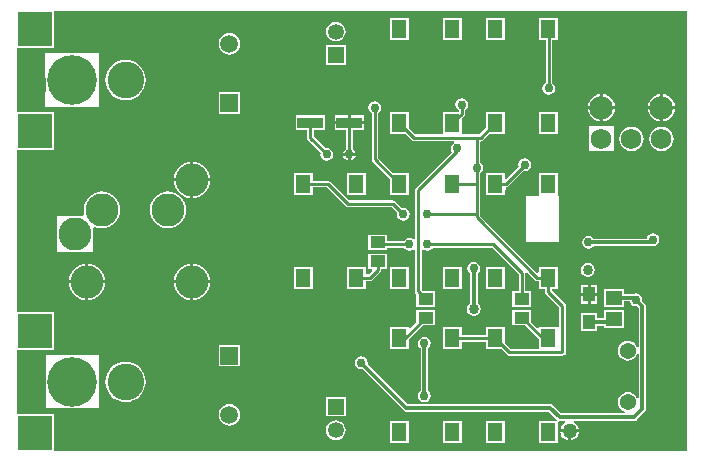
<source format=gtl>
%FSLAX24Y24*%
%MOIN*%
G70*
G01*
G75*
G04 Layer_Physical_Order=1*
G04 Layer_Color=255*
%ADD10R,0.0433X0.0492*%
%ADD11R,0.0512X0.0610*%
%ADD12R,0.0512X0.0394*%
%ADD13R,0.0866X0.0374*%
%ADD14R,0.0551X0.0472*%
%ADD15C,0.0120*%
%ADD16C,0.0100*%
%ADD17C,0.0340*%
%ADD18C,0.0532*%
%ADD19R,0.0532X0.0532*%
%ADD20C,0.0591*%
%ADD21R,0.0591X0.0591*%
%ADD22C,0.1100*%
%ADD23C,0.0540*%
%ADD24C,0.0787*%
%ADD25C,0.0689*%
%ADD26R,0.1144X0.1144*%
%ADD27C,0.1654*%
%ADD28C,0.1220*%
%ADD29C,0.0500*%
%ADD30C,0.0300*%
G36*
X39988Y27662D02*
X18910D01*
Y28909D01*
X17662D01*
Y31031D01*
X18910D01*
Y32295D01*
X17662D01*
Y37705D01*
X18910D01*
Y38969D01*
X17662D01*
Y41091D01*
X18910D01*
Y42338D01*
X39988D01*
Y27662D01*
D02*
G37*
%LPC*%
G36*
X30730Y33800D02*
X30098D01*
Y33070D01*
X30730D01*
Y33800D01*
D02*
G37*
G36*
X27530D02*
X26898D01*
Y33070D01*
X27530D01*
Y33800D01*
D02*
G37*
G36*
X33930D02*
X33298D01*
Y33070D01*
X33930D01*
Y33800D01*
D02*
G37*
G36*
X32502D02*
X31870D01*
Y33070D01*
X32502D01*
Y33800D01*
D02*
G37*
G36*
X37017Y33189D02*
X36790D01*
Y32933D01*
X37017D01*
Y33189D01*
D02*
G37*
G36*
X23450Y33250D02*
X22892D01*
X22899Y33180D01*
X22934Y33065D01*
X22990Y32959D01*
X23067Y32867D01*
X23159Y32790D01*
X23265Y32734D01*
X23380Y32699D01*
X23450Y32692D01*
Y33250D01*
D02*
G37*
G36*
X20608D02*
X20050D01*
Y32692D01*
X20120Y32699D01*
X20235Y32734D01*
X20341Y32790D01*
X20433Y32867D01*
X20510Y32959D01*
X20566Y33065D01*
X20601Y33180D01*
X20608Y33250D01*
D02*
G37*
G36*
X36690Y33189D02*
X36463D01*
Y32933D01*
X36690D01*
Y33189D01*
D02*
G37*
G36*
X24108Y33250D02*
X23550D01*
Y32692D01*
X23620Y32699D01*
X23735Y32734D01*
X23841Y32790D01*
X23933Y32867D01*
X24010Y32959D01*
X24066Y33065D01*
X24101Y33180D01*
X24108Y33250D01*
D02*
G37*
G36*
X35702Y36930D02*
X35070D01*
Y36211D01*
X35070Y36211D01*
X35070D01*
X35070Y36200D01*
X35039Y36169D01*
X34650D01*
Y34631D01*
X35750D01*
Y36169D01*
X35733D01*
X35702Y36200D01*
X35702Y36211D01*
X35702Y36211D01*
X35702D01*
Y36930D01*
D02*
G37*
G36*
X30016Y34242D02*
X29384D01*
Y33728D01*
X29491D01*
X29514Y33673D01*
X29389Y33547D01*
X29302D01*
Y33800D01*
X28670D01*
Y33070D01*
X29302D01*
Y33323D01*
X29435D01*
X29435Y33323D01*
X29478Y33331D01*
X29514Y33356D01*
X29779Y33621D01*
X29779Y33621D01*
X29804Y33657D01*
X29812Y33700D01*
Y33728D01*
X30016D01*
Y34242D01*
D02*
G37*
G36*
X22700Y36313D02*
X22580Y36301D01*
X22465Y36266D01*
X22359Y36210D01*
X22267Y36133D01*
X22190Y36041D01*
X22134Y35935D01*
X22099Y35820D01*
X22087Y35700D01*
X22099Y35580D01*
X22134Y35465D01*
X22190Y35359D01*
X22267Y35267D01*
X22359Y35190D01*
X22465Y35134D01*
X22580Y35099D01*
X22700Y35087D01*
X22820Y35099D01*
X22935Y35134D01*
X23041Y35190D01*
X23133Y35267D01*
X23210Y35359D01*
X23266Y35465D01*
X23301Y35580D01*
X23313Y35700D01*
X23301Y35820D01*
X23266Y35935D01*
X23210Y36041D01*
X23133Y36133D01*
X23041Y36210D01*
X22935Y36266D01*
X22820Y36301D01*
X22700Y36313D01*
D02*
G37*
G36*
X38870Y34914D02*
X38788Y34898D01*
X38719Y34851D01*
X38672Y34782D01*
X38664Y34742D01*
X36891D01*
X36871Y34771D01*
X36802Y34818D01*
X36720Y34834D01*
X36638Y34818D01*
X36569Y34771D01*
X36522Y34702D01*
X36506Y34620D01*
X36522Y34538D01*
X36569Y34469D01*
X36638Y34422D01*
X36720Y34406D01*
X36802Y34422D01*
X36871Y34469D01*
X36891Y34498D01*
X38790D01*
X38800Y34500D01*
X38870Y34486D01*
X38952Y34502D01*
X39021Y34549D01*
X39068Y34618D01*
X39084Y34700D01*
X39068Y34782D01*
X39021Y34851D01*
X38952Y34898D01*
X38870Y34914D01*
D02*
G37*
G36*
X36700Y33935D02*
X36610Y33917D01*
X36534Y33866D01*
X36483Y33790D01*
X36465Y33700D01*
X36483Y33610D01*
X36534Y33534D01*
X36610Y33483D01*
X36700Y33465D01*
X36790Y33483D01*
X36866Y33534D01*
X36917Y33610D01*
X36935Y33700D01*
X36917Y33790D01*
X36866Y33866D01*
X36790Y33917D01*
X36700Y33935D01*
D02*
G37*
G36*
X20050Y33908D02*
Y33350D01*
X20608D01*
X20601Y33420D01*
X20566Y33535D01*
X20510Y33641D01*
X20433Y33733D01*
X20341Y33810D01*
X20235Y33866D01*
X20120Y33901D01*
X20050Y33908D01*
D02*
G37*
G36*
X19950D02*
X19880Y33901D01*
X19765Y33866D01*
X19659Y33810D01*
X19567Y33733D01*
X19490Y33641D01*
X19434Y33535D01*
X19399Y33420D01*
X19392Y33350D01*
X19950D01*
Y33908D01*
D02*
G37*
G36*
X23550D02*
Y33350D01*
X24108D01*
X24101Y33420D01*
X24066Y33535D01*
X24010Y33641D01*
X23933Y33733D01*
X23841Y33810D01*
X23735Y33866D01*
X23620Y33901D01*
X23550Y33908D01*
D02*
G37*
G36*
X23450D02*
X23380Y33901D01*
X23265Y33866D01*
X23159Y33810D01*
X23067Y33733D01*
X22990Y33641D01*
X22934Y33535D01*
X22899Y33420D01*
X22892Y33350D01*
X23450D01*
Y33908D01*
D02*
G37*
G36*
X19950Y33250D02*
X19392D01*
X19399Y33180D01*
X19434Y33065D01*
X19490Y32959D01*
X19567Y32867D01*
X19659Y32790D01*
X19765Y32734D01*
X19880Y32699D01*
X19950Y32692D01*
Y33250D01*
D02*
G37*
G36*
X24750Y29224D02*
X24657Y29212D01*
X24571Y29176D01*
X24497Y29119D01*
X24440Y29045D01*
X24404Y28958D01*
X24392Y28866D01*
X24404Y28773D01*
X24440Y28687D01*
X24497Y28612D01*
X24571Y28555D01*
X24657Y28520D01*
X24750Y28507D01*
X24843Y28520D01*
X24929Y28555D01*
X25003Y28612D01*
X25060Y28687D01*
X25096Y28773D01*
X25108Y28866D01*
X25096Y28958D01*
X25060Y29045D01*
X25003Y29119D01*
X24929Y29176D01*
X24843Y29212D01*
X24750Y29224D01*
D02*
G37*
G36*
X28300Y28685D02*
X28215Y28674D01*
X28136Y28641D01*
X28068Y28589D01*
X28015Y28521D01*
X27983Y28441D01*
X27971Y28356D01*
X27983Y28271D01*
X28015Y28192D01*
X28068Y28124D01*
X28136Y28072D01*
X28215Y28039D01*
X28300Y28028D01*
X28385Y28039D01*
X28464Y28072D01*
X28532Y28124D01*
X28585Y28192D01*
X28617Y28271D01*
X28629Y28356D01*
X28617Y28441D01*
X28585Y28521D01*
X28532Y28589D01*
X28464Y28641D01*
X28385Y28674D01*
X28300Y28685D01*
D02*
G37*
G36*
X20409Y30860D02*
X18629D01*
Y30022D01*
X18631Y30020D01*
X18631Y30009D01*
X18631Y29933D01*
X18629Y29080D01*
X20409D01*
Y29965D01*
Y29965D01*
Y29975D01*
Y30860D01*
D02*
G37*
G36*
X28626Y29469D02*
X27974D01*
Y28818D01*
X28626D01*
Y29469D01*
D02*
G37*
G36*
X36396Y28280D02*
X36140D01*
Y28024D01*
X36171Y28028D01*
X36246Y28059D01*
X36311Y28109D01*
X36361Y28174D01*
X36392Y28249D01*
X36396Y28280D01*
D02*
G37*
G36*
X30730Y28650D02*
X30098D01*
Y27920D01*
X30730D01*
Y28650D01*
D02*
G37*
G36*
X33930Y28650D02*
X33298D01*
Y27920D01*
X33930D01*
Y28650D01*
D02*
G37*
G36*
X36040Y28280D02*
X35784D01*
X35788Y28249D01*
X35819Y28174D01*
X35869Y28109D01*
X35934Y28059D01*
X36009Y28028D01*
X36040Y28024D01*
Y28280D01*
D02*
G37*
G36*
X32502Y28650D02*
X31870D01*
Y27920D01*
X32502D01*
Y28650D01*
D02*
G37*
G36*
X32900Y33964D02*
X32818Y33948D01*
X32749Y33901D01*
X32702Y33832D01*
X32686Y33750D01*
X32702Y33668D01*
X32749Y33599D01*
X32778Y33579D01*
Y32595D01*
X32734Y32566D01*
X32683Y32490D01*
X32665Y32400D01*
X32683Y32310D01*
X32734Y32234D01*
X32810Y32183D01*
X32900Y32165D01*
X32990Y32183D01*
X33066Y32234D01*
X33117Y32310D01*
X33135Y32400D01*
X33117Y32490D01*
X33066Y32566D01*
X33022Y32595D01*
Y33579D01*
X33051Y33599D01*
X33098Y33668D01*
X33114Y33750D01*
X33098Y33832D01*
X33051Y33901D01*
X32982Y33948D01*
X32900Y33964D01*
D02*
G37*
G36*
X37906Y32362D02*
X37234D01*
Y32080D01*
X37017D01*
Y32263D01*
X36463D01*
Y31651D01*
X37017D01*
Y31835D01*
X37234D01*
Y31769D01*
X37906D01*
Y32362D01*
D02*
G37*
G36*
X37017Y32833D02*
X36790D01*
Y32577D01*
X37017D01*
Y32833D01*
D02*
G37*
G36*
X36690D02*
X36463D01*
Y32577D01*
X36690D01*
Y32833D01*
D02*
G37*
G36*
X31616Y32362D02*
X30984D01*
Y31948D01*
X30786Y31749D01*
X30730Y31772D01*
Y31780D01*
X30098D01*
Y31050D01*
X30730D01*
Y31377D01*
X31202Y31848D01*
X31616D01*
Y32362D01*
D02*
G37*
G36*
X21290Y30643D02*
X21159Y30631D01*
X21032Y30592D01*
X20916Y30530D01*
X20814Y30446D01*
X20730Y30344D01*
X20668Y30228D01*
X20629Y30101D01*
X20617Y29970D01*
X20629Y29839D01*
X20668Y29712D01*
X20730Y29596D01*
X20814Y29494D01*
X20916Y29410D01*
X21032Y29348D01*
X21159Y29309D01*
X21290Y29297D01*
X21421Y29309D01*
X21548Y29348D01*
X21664Y29410D01*
X21766Y29494D01*
X21850Y29596D01*
X21912Y29712D01*
X21951Y29839D01*
X21963Y29970D01*
X21951Y30101D01*
X21912Y30228D01*
X21850Y30344D01*
X21766Y30446D01*
X21664Y30530D01*
X21548Y30592D01*
X21421Y30631D01*
X21290Y30643D01*
D02*
G37*
G36*
X31250Y31464D02*
X31168Y31448D01*
X31099Y31401D01*
X31052Y31332D01*
X31036Y31250D01*
X31052Y31168D01*
X31099Y31099D01*
X31128Y31079D01*
Y29671D01*
X31099Y29651D01*
X31052Y29582D01*
X31036Y29500D01*
X31052Y29418D01*
X31099Y29349D01*
X31168Y29302D01*
X31250Y29286D01*
X31332Y29302D01*
X31401Y29349D01*
X31448Y29418D01*
X31464Y29500D01*
X31448Y29582D01*
X31401Y29651D01*
X31372Y29671D01*
Y31079D01*
X31401Y31099D01*
X31448Y31168D01*
X31464Y31250D01*
X31448Y31332D01*
X31401Y31401D01*
X31332Y31448D01*
X31250Y31464D01*
D02*
G37*
G36*
X37906Y33071D02*
X37234D01*
Y32478D01*
X37906D01*
Y32652D01*
X38095D01*
X38102Y32618D01*
X38149Y32549D01*
X38218Y32502D01*
X38300Y32486D01*
X38334Y32493D01*
X38398Y32429D01*
Y31139D01*
X38339Y31127D01*
X38318Y31176D01*
X38265Y31245D01*
X38196Y31298D01*
X38116Y31332D01*
X38030Y31343D01*
X37944Y31332D01*
X37864Y31298D01*
X37795Y31245D01*
X37742Y31176D01*
X37708Y31096D01*
X37697Y31010D01*
X37708Y30924D01*
X37742Y30844D01*
X37795Y30775D01*
X37864Y30722D01*
X37944Y30688D01*
X38030Y30677D01*
X38116Y30688D01*
X38196Y30722D01*
X38265Y30775D01*
X38318Y30844D01*
X38339Y30893D01*
X38398Y30881D01*
Y29419D01*
X38339Y29407D01*
X38318Y29456D01*
X38265Y29525D01*
X38196Y29578D01*
X38116Y29612D01*
X38030Y29623D01*
X37944Y29612D01*
X37864Y29578D01*
X37795Y29525D01*
X37742Y29456D01*
X37708Y29376D01*
X37697Y29290D01*
X37708Y29204D01*
X37742Y29124D01*
X37795Y29055D01*
X37864Y29002D01*
X37937Y28971D01*
X37926Y28912D01*
X35811D01*
X35537Y29187D01*
X35497Y29213D01*
X35450Y29222D01*
X30701D01*
X29357Y30566D01*
X29364Y30600D01*
X29348Y30682D01*
X29301Y30751D01*
X29232Y30798D01*
X29150Y30814D01*
X29068Y30798D01*
X28999Y30751D01*
X28952Y30682D01*
X28936Y30600D01*
X28952Y30518D01*
X28999Y30449D01*
X29068Y30402D01*
X29150Y30386D01*
X29184Y30393D01*
X30563Y29013D01*
X30563Y29013D01*
X30563D01*
X30563Y29013D01*
X30563D01*
X30563Y29013D01*
Y29013D01*
Y29013D01*
D01*
D01*
X30563D01*
Y29013D01*
X30603Y28987D01*
X30650Y28978D01*
X35399D01*
X35671Y28706D01*
X35666Y28692D01*
X35638Y28650D01*
X35070D01*
Y27920D01*
X35702D01*
Y28632D01*
X35748Y28670D01*
X35760Y28668D01*
X35941D01*
X35953Y28609D01*
X35934Y28601D01*
X35869Y28551D01*
X35819Y28486D01*
X35788Y28411D01*
X35784Y28380D01*
X36396D01*
X36392Y28411D01*
X36361Y28486D01*
X36311Y28551D01*
X36246Y28601D01*
X36227Y28609D01*
X36239Y28668D01*
X38240D01*
X38287Y28677D01*
X38327Y28703D01*
X38607Y28983D01*
X38633Y29023D01*
X38642Y29070D01*
Y32480D01*
X38633Y32527D01*
X38607Y32567D01*
X38507Y32666D01*
X38514Y32700D01*
X38498Y32782D01*
X38451Y32851D01*
X38382Y32898D01*
X38300Y32914D01*
X38218Y32898D01*
X38216Y32897D01*
X37906D01*
Y33071D01*
D02*
G37*
G36*
X25105Y31190D02*
X24395D01*
Y30479D01*
X25105D01*
Y31190D01*
D02*
G37*
G36*
X20400Y40920D02*
X18620D01*
Y40082D01*
X18622Y40080D01*
X18620Y39140D01*
X20400D01*
Y39934D01*
X20404Y39980D01*
X20400D01*
Y40080D01*
X20404D01*
X20400Y40126D01*
Y40920D01*
D02*
G37*
G36*
X25105Y39621D02*
X24395D01*
Y38910D01*
X25105D01*
Y39621D01*
D02*
G37*
G36*
X37200Y39555D02*
Y39153D01*
X37601D01*
X37592Y39222D01*
X37546Y39332D01*
X37474Y39427D01*
X37379Y39500D01*
X37268Y39545D01*
X37200Y39555D01*
D02*
G37*
G36*
X37100D02*
X37032Y39545D01*
X36921Y39500D01*
X36826Y39427D01*
X36754Y39332D01*
X36708Y39222D01*
X36699Y39153D01*
X37100D01*
Y39555D01*
D02*
G37*
G36*
X39601Y39053D02*
X39200D01*
Y38652D01*
X39268Y38661D01*
X39379Y38707D01*
X39474Y38780D01*
X39546Y38875D01*
X39592Y38985D01*
X39601Y39053D01*
D02*
G37*
G36*
X37100D02*
X36699D01*
X36708Y38985D01*
X36754Y38875D01*
X36826Y38780D01*
X36921Y38707D01*
X37032Y38661D01*
X37100Y38652D01*
Y39053D01*
D02*
G37*
G36*
X29242Y38847D02*
X28799D01*
Y38650D01*
X29242D01*
Y38847D01*
D02*
G37*
G36*
X39100Y39053D02*
X38699D01*
X38708Y38985D01*
X38754Y38875D01*
X38826Y38780D01*
X38921Y38707D01*
X39032Y38661D01*
X39100Y38652D01*
Y39053D01*
D02*
G37*
G36*
X37601D02*
X37200D01*
Y38652D01*
X37268Y38661D01*
X37379Y38707D01*
X37474Y38780D01*
X37546Y38875D01*
X37592Y38985D01*
X37601Y39053D01*
D02*
G37*
G36*
X39100Y39555D02*
X39032Y39545D01*
X38921Y39500D01*
X38826Y39427D01*
X38754Y39332D01*
X38708Y39222D01*
X38699Y39153D01*
X39100D01*
Y39555D01*
D02*
G37*
G36*
X30730Y42080D02*
X30098D01*
Y41350D01*
X30730D01*
Y42080D01*
D02*
G37*
G36*
X28300Y41972D02*
X28215Y41961D01*
X28136Y41928D01*
X28068Y41876D01*
X28015Y41808D01*
X27983Y41729D01*
X27971Y41644D01*
X27983Y41559D01*
X28015Y41479D01*
X28068Y41411D01*
X28136Y41359D01*
X28215Y41326D01*
X28300Y41315D01*
X28385Y41326D01*
X28464Y41359D01*
X28532Y41411D01*
X28585Y41479D01*
X28617Y41559D01*
X28629Y41644D01*
X28617Y41729D01*
X28585Y41808D01*
X28532Y41876D01*
X28464Y41928D01*
X28385Y41961D01*
X28300Y41972D01*
D02*
G37*
G36*
X33930Y42080D02*
X33298D01*
Y41350D01*
X33930D01*
Y42080D01*
D02*
G37*
G36*
X32502D02*
X31870D01*
Y41350D01*
X32502D01*
Y42080D01*
D02*
G37*
G36*
X24750Y41593D02*
X24657Y41580D01*
X24571Y41545D01*
X24497Y41488D01*
X24440Y41413D01*
X24404Y41327D01*
X24392Y41234D01*
X24404Y41142D01*
X24440Y41055D01*
X24497Y40981D01*
X24571Y40924D01*
X24657Y40888D01*
X24750Y40876D01*
X24843Y40888D01*
X24929Y40924D01*
X25003Y40981D01*
X25060Y41055D01*
X25096Y41142D01*
X25108Y41234D01*
X25096Y41327D01*
X25060Y41413D01*
X25003Y41488D01*
X24929Y41545D01*
X24843Y41580D01*
X24750Y41593D01*
D02*
G37*
G36*
X21290Y40703D02*
X21159Y40691D01*
X21032Y40652D01*
X20916Y40590D01*
X20814Y40506D01*
X20730Y40404D01*
X20668Y40288D01*
X20629Y40161D01*
X20617Y40030D01*
X20629Y39899D01*
X20668Y39772D01*
X20730Y39656D01*
X20814Y39554D01*
X20916Y39470D01*
X21032Y39408D01*
X21159Y39369D01*
X21290Y39357D01*
X21421Y39369D01*
X21548Y39408D01*
X21664Y39470D01*
X21766Y39554D01*
X21850Y39656D01*
X21912Y39772D01*
X21951Y39899D01*
X21963Y40030D01*
X21951Y40161D01*
X21912Y40288D01*
X21850Y40404D01*
X21766Y40506D01*
X21664Y40590D01*
X21548Y40652D01*
X21421Y40691D01*
X21290Y40703D01*
D02*
G37*
G36*
X39200Y39555D02*
Y39153D01*
X39601D01*
X39592Y39222D01*
X39546Y39332D01*
X39474Y39427D01*
X39379Y39500D01*
X39268Y39545D01*
X39200Y39555D01*
D02*
G37*
G36*
X28626Y41182D02*
X27974D01*
Y40531D01*
X28626D01*
Y41182D01*
D02*
G37*
G36*
X35702Y42080D02*
X35070D01*
Y41350D01*
X35288D01*
Y39928D01*
X35249Y39901D01*
X35202Y39832D01*
X35186Y39750D01*
X35202Y39668D01*
X35249Y39599D01*
X35318Y39552D01*
X35400Y39536D01*
X35482Y39552D01*
X35551Y39599D01*
X35598Y39668D01*
X35614Y39750D01*
X35598Y39832D01*
X35551Y39901D01*
X35512Y39928D01*
Y41350D01*
X35702D01*
Y42080D01*
D02*
G37*
G36*
X23450Y37308D02*
X23380Y37301D01*
X23265Y37266D01*
X23159Y37210D01*
X23067Y37133D01*
X22990Y37041D01*
X22934Y36935D01*
X22899Y36820D01*
X22892Y36750D01*
X23450D01*
Y37308D01*
D02*
G37*
G36*
X29600Y39314D02*
X29518Y39298D01*
X29449Y39251D01*
X29402Y39182D01*
X29386Y39100D01*
X29402Y39018D01*
X29449Y38949D01*
X29488Y38922D01*
Y37379D01*
X29488Y37379D01*
X29496Y37336D01*
X29521Y37300D01*
X30098Y36722D01*
Y36200D01*
X30730D01*
Y36930D01*
X30208D01*
X29712Y37426D01*
Y38922D01*
X29751Y38949D01*
X29798Y39018D01*
X29814Y39100D01*
X29798Y39182D01*
X29751Y39251D01*
X29682Y39298D01*
X29600Y39314D01*
D02*
G37*
G36*
X34600Y37414D02*
X34518Y37398D01*
X34449Y37351D01*
X34402Y37282D01*
X34386Y37200D01*
X34395Y37154D01*
X33986Y36744D01*
X33930Y36767D01*
Y36930D01*
X33298D01*
Y36200D01*
X33930D01*
Y36278D01*
X33965Y36453D01*
X34008Y36461D01*
X34044Y36486D01*
X34554Y36995D01*
X34600Y36986D01*
X34682Y37002D01*
X34751Y37049D01*
X34798Y37118D01*
X34814Y37200D01*
X34798Y37282D01*
X34751Y37351D01*
X34682Y37398D01*
X34600Y37414D01*
D02*
G37*
G36*
X23550Y37308D02*
Y36750D01*
X24108D01*
X24101Y36820D01*
X24066Y36935D01*
X24010Y37041D01*
X23933Y37133D01*
X23841Y37210D01*
X23735Y37266D01*
X23620Y37301D01*
X23550Y37308D01*
D02*
G37*
G36*
X29302Y36930D02*
X28670D01*
Y36200D01*
X29302D01*
Y36930D01*
D02*
G37*
G36*
X20500Y36313D02*
X20380Y36301D01*
X20265Y36266D01*
X20159Y36210D01*
X20067Y36133D01*
X19990Y36041D01*
X19934Y35935D01*
X19899Y35820D01*
X19887Y35700D01*
X19899Y35580D01*
X19906Y35558D01*
X19870Y35510D01*
D01*
Y35510D01*
X19870Y35510D01*
X18990D01*
Y34952D01*
X18992Y34950D01*
D01*
D01*
X18992Y34853D01*
D01*
X18990Y34290D01*
X20210D01*
Y34870D01*
Y34870D01*
Y34930D01*
Y35100D01*
X20257Y35138D01*
X20265Y35134D01*
X20380Y35099D01*
X20500Y35087D01*
X20620Y35099D01*
X20735Y35134D01*
X20841Y35190D01*
X20933Y35267D01*
X21010Y35359D01*
X21066Y35465D01*
X21101Y35580D01*
X21113Y35700D01*
X21101Y35820D01*
X21066Y35935D01*
X21010Y36041D01*
X20933Y36133D01*
X20841Y36210D01*
X20735Y36266D01*
X20620Y36301D01*
X20500Y36313D01*
D02*
G37*
G36*
X27530Y36930D02*
X26898D01*
Y36200D01*
X27530D01*
Y36453D01*
X27989D01*
X28621Y35821D01*
X28621Y35821D01*
X28657Y35796D01*
X28657Y35796D01*
X28657Y35796D01*
D01*
X28657Y35796D01*
X28657Y35796D01*
X28700Y35788D01*
X28700Y35788D01*
X30154D01*
X30345Y35596D01*
X30336Y35550D01*
X30352Y35468D01*
X30399Y35399D01*
X30468Y35352D01*
X30550Y35336D01*
X30632Y35352D01*
X30701Y35399D01*
X30748Y35468D01*
X30764Y35550D01*
X30748Y35632D01*
X30701Y35701D01*
X30632Y35748D01*
X30550Y35764D01*
X30504Y35755D01*
X30279Y35979D01*
X30243Y36004D01*
X30200Y36012D01*
X30200Y36012D01*
X28746D01*
X28114Y36644D01*
X28078Y36669D01*
X28035Y36677D01*
X28035Y36677D01*
X27530D01*
Y36930D01*
D02*
G37*
G36*
X24108Y36650D02*
X23550D01*
Y36092D01*
X23620Y36099D01*
X23735Y36134D01*
X23841Y36190D01*
X23933Y36267D01*
X24010Y36359D01*
X24066Y36465D01*
X24101Y36580D01*
X24108Y36650D01*
D02*
G37*
G36*
X23450D02*
X22892D01*
X22899Y36580D01*
X22934Y36465D01*
X22990Y36359D01*
X23067Y36267D01*
X23159Y36190D01*
X23265Y36134D01*
X23380Y36099D01*
X23450Y36092D01*
Y36650D01*
D02*
G37*
G36*
X27943Y38847D02*
X26957D01*
Y38353D01*
X27338D01*
Y38100D01*
X27338Y38100D01*
X27346Y38057D01*
X27371Y38021D01*
X27795Y37596D01*
X27786Y37550D01*
X27802Y37468D01*
X27849Y37399D01*
X27918Y37352D01*
X28000Y37336D01*
X28082Y37352D01*
X28151Y37399D01*
X28198Y37468D01*
X28214Y37550D01*
X28198Y37632D01*
X28151Y37701D01*
X28082Y37748D01*
X28000Y37764D01*
X27954Y37755D01*
X27562Y38146D01*
Y38353D01*
X27943D01*
Y38847D01*
D02*
G37*
G36*
X32500Y39414D02*
X32418Y39398D01*
X32349Y39351D01*
X32302Y39282D01*
X32286Y39200D01*
X32302Y39118D01*
X32349Y39049D01*
X32388Y39022D01*
Y38950D01*
X31870D01*
Y38255D01*
X31870Y38255D01*
X31870D01*
X31870Y38220D01*
X31862Y38212D01*
X30946D01*
X30730Y38428D01*
Y38950D01*
X30098D01*
Y38220D01*
X30621D01*
X30820Y38021D01*
X30820Y38021D01*
X30856Y37996D01*
X30856Y37996D01*
X30856Y37996D01*
D01*
X30856Y37996D01*
X30856Y37996D01*
X30899Y37988D01*
X32225D01*
X32242Y37930D01*
X32199Y37901D01*
X32152Y37832D01*
X32136Y37750D01*
X32152Y37668D01*
X32175Y37634D01*
X30971Y36429D01*
X30946Y36393D01*
X30938Y36350D01*
X30938Y36350D01*
Y34741D01*
X30885Y34712D01*
X30832Y34748D01*
X30750Y34764D01*
X30668Y34748D01*
X30599Y34701D01*
X30572Y34662D01*
X30016D01*
Y34872D01*
X29384D01*
Y34358D01*
X30016D01*
Y34438D01*
X30572D01*
X30599Y34399D01*
X30668Y34352D01*
X30750Y34336D01*
X30832Y34352D01*
X30885Y34388D01*
X30938Y34359D01*
Y32985D01*
X30938Y32985D01*
X30946Y32942D01*
X30971Y32906D01*
X30984Y32892D01*
Y32478D01*
X31616D01*
Y32992D01*
X31202D01*
X31162Y33031D01*
Y34359D01*
X31215Y34388D01*
X31268Y34352D01*
X31350Y34336D01*
X31432Y34352D01*
X31501Y34399D01*
X31528Y34438D01*
X33504D01*
X34388Y33554D01*
Y32992D01*
X34184D01*
Y32478D01*
X34816D01*
Y32992D01*
X34612D01*
Y33600D01*
X34612Y33600D01*
X34678Y33613D01*
X34936Y33356D01*
X34936Y33356D01*
X34972Y33331D01*
X35015Y33323D01*
X35070D01*
Y33070D01*
X35274D01*
Y32964D01*
X35274Y32964D01*
X35282Y32921D01*
X35307Y32885D01*
X35738Y32454D01*
Y31780D01*
X35702D01*
Y31780D01*
X35070D01*
Y31772D01*
X35014Y31749D01*
X34816Y31948D01*
Y32362D01*
X34184D01*
Y31848D01*
X34598D01*
X35070Y31377D01*
Y31062D01*
X34126D01*
X33930Y31258D01*
Y31780D01*
X33298D01*
Y31527D01*
X32502D01*
Y31780D01*
X31870D01*
Y31050D01*
X32502D01*
Y31303D01*
X33298D01*
Y31050D01*
X33821D01*
X34000Y30871D01*
X34000Y30871D01*
X34036Y30846D01*
X34036Y30846D01*
X34036Y30846D01*
D01*
X34036Y30846D01*
X34036Y30846D01*
X34079Y30838D01*
X34079Y30838D01*
X35850D01*
X35893Y30846D01*
X35929Y30871D01*
X35954Y30907D01*
X35962Y30950D01*
Y32500D01*
X35954Y32543D01*
X35929Y32579D01*
X35929Y32579D01*
X35498Y33011D01*
Y33070D01*
X35702D01*
Y33800D01*
X35070D01*
Y33617D01*
X35014Y33594D01*
X33112Y35496D01*
Y35550D01*
Y36550D01*
X33112Y36550D01*
X33112Y36550D01*
Y36922D01*
X33151Y36949D01*
X33198Y37018D01*
X33214Y37100D01*
X33198Y37182D01*
X33151Y37251D01*
X33112Y37278D01*
Y37903D01*
X33129Y37988D01*
X33172Y37996D01*
X33208Y38021D01*
X33408Y38220D01*
X33930D01*
Y38950D01*
X33298D01*
Y38428D01*
X33083Y38212D01*
X32510D01*
X32502Y38220D01*
X32502Y38255D01*
X32502Y38255D01*
X32502D01*
Y38742D01*
X32579Y38820D01*
X32579Y38820D01*
X32604Y38856D01*
X32612Y38899D01*
X32612Y38899D01*
Y39022D01*
X32651Y39049D01*
X32698Y39118D01*
X32714Y39200D01*
X32698Y39282D01*
X32651Y39351D01*
X32582Y39398D01*
X32500Y39414D01*
D02*
G37*
G36*
X37560Y38480D02*
X36750D01*
Y38131D01*
X36749Y38120D01*
X36750D01*
Y38020D01*
X36749D01*
X36750Y38009D01*
Y37670D01*
X37089D01*
X37100Y37669D01*
Y37670D01*
X37109D01*
X37110Y37669D01*
X37200D01*
D01*
X37200D01*
X37559D01*
X37560Y37670D01*
Y38480D01*
D02*
G37*
G36*
X28699Y38847D02*
X28256D01*
Y38650D01*
X28699D01*
Y38847D01*
D02*
G37*
G36*
X35702Y38950D02*
X35070D01*
Y38220D01*
X35702D01*
Y38950D01*
D02*
G37*
G36*
X39150Y38478D02*
X39044Y38464D01*
X38946Y38423D01*
X38862Y38358D01*
X38797Y38274D01*
X38756Y38176D01*
X38742Y38070D01*
X38756Y37964D01*
X38797Y37866D01*
X38862Y37782D01*
X38946Y37717D01*
X39044Y37676D01*
X39150Y37662D01*
X39256Y37676D01*
X39354Y37717D01*
X39438Y37782D01*
X39503Y37866D01*
X39544Y37964D01*
X39558Y38070D01*
X39544Y38176D01*
X39503Y38274D01*
X39438Y38358D01*
X39354Y38423D01*
X39256Y38464D01*
X39150Y38478D01*
D02*
G37*
G36*
X28954Y37500D02*
X28800D01*
Y37346D01*
X28832Y37352D01*
X28901Y37399D01*
X28948Y37468D01*
X28954Y37500D01*
D02*
G37*
G36*
X28700D02*
X28546D01*
X28552Y37468D01*
X28599Y37399D01*
X28668Y37352D01*
X28700Y37346D01*
Y37500D01*
D02*
G37*
G36*
X38150Y38478D02*
X38044Y38464D01*
X37946Y38423D01*
X37862Y38358D01*
X37797Y38274D01*
X37756Y38176D01*
X37742Y38070D01*
X37756Y37964D01*
X37797Y37866D01*
X37862Y37782D01*
X37946Y37717D01*
X38044Y37676D01*
X38150Y37662D01*
X38256Y37676D01*
X38354Y37717D01*
X38438Y37782D01*
X38503Y37866D01*
X38544Y37964D01*
X38558Y38070D01*
X38544Y38176D01*
X38503Y38274D01*
X38438Y38358D01*
X38354Y38423D01*
X38256Y38464D01*
X38150Y38478D01*
D02*
G37*
G36*
X29242Y38550D02*
X28256D01*
Y38353D01*
X28638D01*
Y37728D01*
X28599Y37701D01*
X28552Y37632D01*
X28546Y37600D01*
X28954D01*
X28948Y37632D01*
X28901Y37701D01*
X28862Y37728D01*
Y38353D01*
X29242D01*
Y38550D01*
D02*
G37*
%LPD*%
D10*
X36740Y31957D02*
D03*
Y32883D02*
D03*
D11*
X33614Y38585D02*
D03*
X35386D02*
D03*
X33614Y41715D02*
D03*
X35386D02*
D03*
X30414Y38585D02*
D03*
X32186D02*
D03*
X30414Y41715D02*
D03*
X32186D02*
D03*
Y31415D02*
D03*
X30414D02*
D03*
X32186Y28285D02*
D03*
X30414D02*
D03*
X32186Y36565D02*
D03*
X30414D02*
D03*
X32186Y33435D02*
D03*
X30414D02*
D03*
X33614Y28285D02*
D03*
X35386D02*
D03*
X33614Y31415D02*
D03*
X35386D02*
D03*
X27214Y33435D02*
D03*
X28986D02*
D03*
X27214Y36565D02*
D03*
X28986D02*
D03*
X35386D02*
D03*
X33614D02*
D03*
X35386Y33435D02*
D03*
X33614D02*
D03*
D12*
X31300Y32735D02*
D03*
Y32105D02*
D03*
X34500Y32735D02*
D03*
Y32105D02*
D03*
X29700Y34615D02*
D03*
Y33985D02*
D03*
D13*
X27450Y38600D02*
D03*
X28749D02*
D03*
D14*
X37570Y32774D02*
D03*
Y32066D02*
D03*
D15*
X38300Y32700D02*
X38520Y32480D01*
X31250Y29500D02*
Y31250D01*
X32900Y32400D02*
Y33750D01*
X35760Y28790D02*
X38240D01*
X38520Y29070D01*
Y32480D01*
X35450Y29100D02*
X35760Y28790D01*
X29150Y30600D02*
X30650Y29100D01*
X35450D01*
X37570Y32774D02*
X38226D01*
X38300Y32700D01*
X36740Y31957D02*
X37462D01*
X37570Y32066D01*
X36720Y34620D02*
X38790D01*
X38870Y34700D01*
D16*
X30200Y35900D02*
X30550Y35550D01*
X28700Y35900D02*
X30200D01*
X28035Y36565D02*
X28700Y35900D01*
X27214Y36565D02*
X28035D01*
X33550Y34550D02*
X34500Y33600D01*
X31350Y34550D02*
X33550D01*
X30550Y35550D02*
X30600D01*
X33000D02*
Y36550D01*
Y35450D02*
Y35550D01*
X31350D02*
X33000D01*
X35850Y30950D02*
Y32500D01*
X35386Y32964D02*
X35850Y32500D01*
X35386Y32964D02*
Y33435D01*
X35015D02*
X35386D01*
X33000Y35450D02*
X35015Y33435D01*
X34079Y30950D02*
X35850D01*
X33614Y31415D02*
X34079Y30950D01*
X32186Y31415D02*
X33614D01*
X29700Y33700D02*
Y33985D01*
X29435Y33435D02*
X29700Y33700D01*
X28986Y33435D02*
X29435D01*
X33000Y38100D02*
X33129D01*
X33614Y38585D01*
X30899Y38100D02*
X33000D01*
Y37100D02*
Y38100D01*
X30414Y38585D02*
X30899Y38100D01*
X32985Y36565D02*
X33000Y36550D01*
Y37100D01*
X32186Y36565D02*
X32985D01*
X35190Y31415D02*
X35386D01*
X34500Y32105D02*
X35190Y31415D01*
X34500Y32735D02*
Y33600D01*
X31050Y36350D02*
X32350Y37650D01*
X31050Y32985D02*
Y36350D01*
Y32985D02*
X31300Y32735D01*
X33965Y36565D02*
X34600Y37200D01*
X33614Y36565D02*
X33965D01*
X30610Y31415D02*
X31300Y32105D01*
X30414Y31415D02*
X30610D01*
X32350Y37650D02*
Y37750D01*
X29600Y37379D02*
X30414Y36565D01*
X29600Y37379D02*
Y39100D01*
X32186Y38585D02*
X32500Y38899D01*
Y39200D01*
X35400Y39750D02*
Y41701D01*
X28749Y38600D02*
X28750Y38599D01*
Y37550D02*
Y38599D01*
X28749Y37501D02*
X28750Y37500D01*
X27450Y38100D02*
Y38600D01*
Y38100D02*
X28000Y37550D01*
X29765Y34550D02*
X30750D01*
X29700Y34615D02*
X29765Y34550D01*
D17*
X32900Y32400D02*
D03*
X36700Y33700D02*
D03*
D18*
X28300Y41644D02*
D03*
Y28356D02*
D03*
D19*
Y40856D02*
D03*
Y29144D02*
D03*
D20*
X24750Y41234D02*
D03*
Y28866D02*
D03*
D21*
Y39266D02*
D03*
Y30834D02*
D03*
D22*
X23500Y36700D02*
D03*
Y33300D02*
D03*
X20000D02*
D03*
X22700Y35700D02*
D03*
X20500D02*
D03*
X19600Y34900D02*
D03*
D23*
X38030Y29290D02*
D03*
Y31010D02*
D03*
D24*
X39150Y39103D02*
D03*
X37150D02*
D03*
D25*
X39150Y38070D02*
D03*
X38150D02*
D03*
X37150D02*
D03*
D26*
X18278Y41723D02*
D03*
Y38337D02*
D03*
Y31663D02*
D03*
Y28277D02*
D03*
D27*
X19518Y40030D02*
D03*
Y29970D02*
D03*
D28*
X21290Y40030D02*
D03*
Y29970D02*
D03*
D29*
X36090Y28330D02*
D03*
D30*
X30550Y35550D02*
D03*
X31350D02*
D03*
X33000Y37100D02*
D03*
X31350Y34550D02*
D03*
X30750D02*
D03*
X34600Y37200D02*
D03*
X32350Y37750D02*
D03*
X29600Y39100D02*
D03*
X32500Y39200D02*
D03*
X35400Y39750D02*
D03*
X28750Y37550D02*
D03*
X28000D02*
D03*
X31250Y31250D02*
D03*
X29150Y30600D02*
D03*
X38300Y32700D02*
D03*
X31250Y29500D02*
D03*
X32900Y33750D02*
D03*
X36720Y34620D02*
D03*
X38870Y34700D02*
D03*
M02*

</source>
